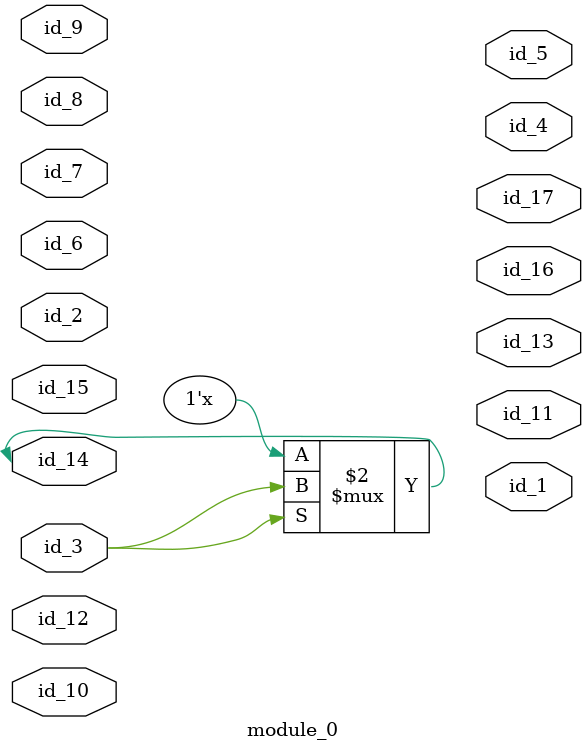
<source format=v>
module module_0 (
    id_1,
    id_2,
    id_3,
    id_4,
    id_5,
    id_6,
    id_7,
    id_8,
    id_9,
    id_10,
    id_11,
    id_12,
    id_13,
    id_14,
    id_15,
    id_16,
    id_17
);
  output id_17;
  output id_16;
  input id_15;
  inout id_14;
  output id_13;
  inout id_12;
  output id_11;
  inout id_10;
  input id_9;
  input id_8;
  input id_7;
  inout id_6;
  output id_5;
  output id_4;
  inout id_3;
  inout id_2;
  output id_1;
  always begin
    if (id_3) begin
      id_14 <= id_3;
    end
  end
endmodule

</source>
